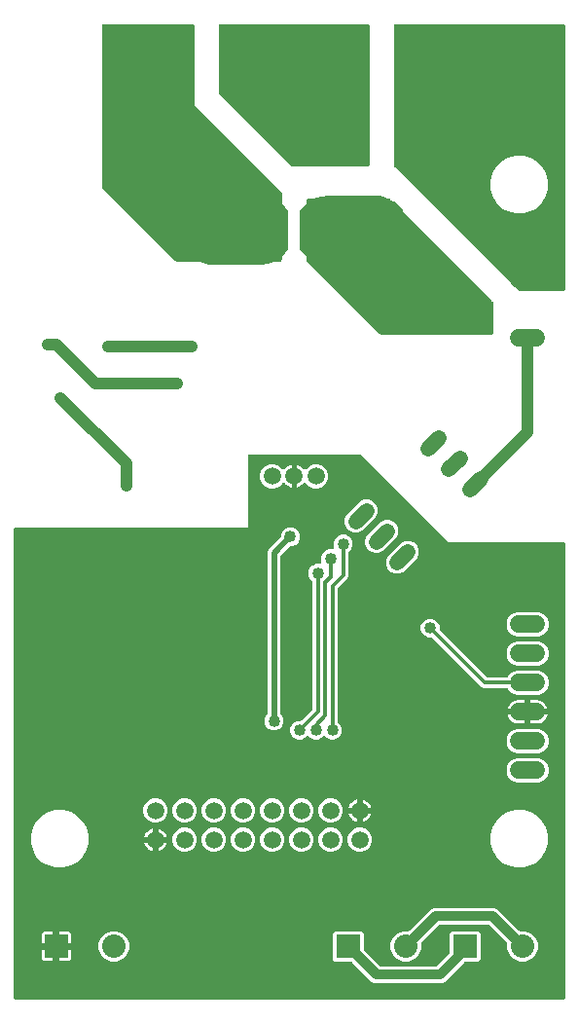
<source format=gbr>
G04 EAGLE Gerber X2 export*
%TF.Part,Single*%
%TF.FileFunction,Copper,L2,Bot,Mixed*%
%TF.FilePolarity,Positive*%
%TF.GenerationSoftware,Autodesk,EAGLE,9.1.0*%
%TF.CreationDate,2018-08-14T15:45:10Z*%
G75*
%MOMM*%
%FSLAX34Y34*%
%LPD*%
%AMOC8*
5,1,8,0,0,1.08239X$1,22.5*%
G01*
%ADD10C,1.008000*%
%ADD11C,4.000000*%
%ADD12C,1.500000*%
%ADD13R,2.032000X2.032000*%
%ADD14C,2.032000*%
%ADD15C,1.524000*%
%ADD16C,1.320800*%
%ADD17C,1.508000*%
%ADD18C,1.016000*%
%ADD19C,0.508000*%
%ADD20C,1.006400*%
%ADD21C,1.016000*%
%ADD22C,0.304800*%
%ADD23C,0.812800*%

G36*
X487826Y10163D02*
X487826Y10163D01*
X487844Y10161D01*
X488026Y10182D01*
X488209Y10201D01*
X488226Y10206D01*
X488243Y10208D01*
X488418Y10265D01*
X488594Y10319D01*
X488609Y10327D01*
X488626Y10333D01*
X488786Y10423D01*
X488948Y10511D01*
X488961Y10522D01*
X488977Y10531D01*
X489116Y10651D01*
X489257Y10768D01*
X489268Y10782D01*
X489282Y10794D01*
X489394Y10939D01*
X489509Y11082D01*
X489517Y11098D01*
X489528Y11112D01*
X489610Y11277D01*
X489695Y11439D01*
X489700Y11456D01*
X489708Y11472D01*
X489755Y11651D01*
X489806Y11826D01*
X489808Y11844D01*
X489812Y11861D01*
X489839Y12192D01*
X489839Y406400D01*
X489837Y406418D01*
X489839Y406436D01*
X489818Y406618D01*
X489799Y406801D01*
X489794Y406818D01*
X489792Y406835D01*
X489735Y407010D01*
X489681Y407186D01*
X489673Y407201D01*
X489667Y407218D01*
X489577Y407378D01*
X489489Y407540D01*
X489478Y407553D01*
X489469Y407569D01*
X489349Y407708D01*
X489232Y407849D01*
X489218Y407860D01*
X489206Y407874D01*
X489061Y407986D01*
X488918Y408101D01*
X488902Y408109D01*
X488888Y408120D01*
X488723Y408202D01*
X488561Y408287D01*
X488544Y408292D01*
X488528Y408300D01*
X488349Y408347D01*
X488174Y408398D01*
X488156Y408400D01*
X488139Y408404D01*
X487808Y408431D01*
X388191Y408431D01*
X312586Y484036D01*
X312566Y484053D01*
X312548Y484074D01*
X312410Y484181D01*
X312275Y484291D01*
X312251Y484304D01*
X312230Y484320D01*
X312073Y484398D01*
X311919Y484480D01*
X311894Y484488D01*
X311870Y484500D01*
X311700Y484545D01*
X311533Y484595D01*
X311507Y484597D01*
X311481Y484604D01*
X311150Y484631D01*
X215900Y484631D01*
X215882Y484629D01*
X215864Y484631D01*
X215682Y484610D01*
X215499Y484591D01*
X215482Y484586D01*
X215465Y484584D01*
X215290Y484527D01*
X215114Y484473D01*
X215099Y484465D01*
X215082Y484459D01*
X214922Y484369D01*
X214760Y484281D01*
X214747Y484270D01*
X214731Y484261D01*
X214592Y484141D01*
X214451Y484024D01*
X214440Y484010D01*
X214427Y483998D01*
X214314Y483853D01*
X214199Y483710D01*
X214191Y483694D01*
X214180Y483680D01*
X214098Y483515D01*
X214013Y483353D01*
X214008Y483336D01*
X214000Y483320D01*
X213953Y483141D01*
X213902Y482966D01*
X213900Y482948D01*
X213896Y482931D01*
X213869Y482600D01*
X213869Y421131D01*
X12192Y421131D01*
X12174Y421129D01*
X12156Y421131D01*
X11974Y421110D01*
X11791Y421091D01*
X11774Y421086D01*
X11757Y421084D01*
X11582Y421027D01*
X11406Y420973D01*
X11391Y420965D01*
X11374Y420959D01*
X11214Y420869D01*
X11052Y420781D01*
X11039Y420770D01*
X11023Y420761D01*
X10884Y420641D01*
X10743Y420524D01*
X10732Y420510D01*
X10718Y420498D01*
X10606Y420353D01*
X10491Y420210D01*
X10483Y420194D01*
X10472Y420180D01*
X10390Y420015D01*
X10305Y419853D01*
X10300Y419836D01*
X10292Y419820D01*
X10245Y419641D01*
X10194Y419466D01*
X10192Y419448D01*
X10188Y419431D01*
X10161Y419100D01*
X10161Y12192D01*
X10163Y12174D01*
X10161Y12156D01*
X10182Y11974D01*
X10201Y11791D01*
X10206Y11774D01*
X10208Y11757D01*
X10265Y11582D01*
X10319Y11406D01*
X10327Y11391D01*
X10333Y11374D01*
X10423Y11214D01*
X10511Y11052D01*
X10522Y11039D01*
X10531Y11023D01*
X10651Y10884D01*
X10768Y10743D01*
X10782Y10732D01*
X10794Y10718D01*
X10939Y10606D01*
X11082Y10491D01*
X11098Y10483D01*
X11112Y10472D01*
X11277Y10390D01*
X11439Y10305D01*
X11456Y10300D01*
X11472Y10292D01*
X11651Y10245D01*
X11826Y10194D01*
X11844Y10192D01*
X11861Y10188D01*
X12192Y10161D01*
X487808Y10161D01*
X487826Y10163D01*
G37*
G36*
X487826Y626621D02*
X487826Y626621D01*
X487844Y626619D01*
X488026Y626640D01*
X488209Y626659D01*
X488226Y626664D01*
X488243Y626666D01*
X488418Y626723D01*
X488594Y626777D01*
X488609Y626785D01*
X488626Y626791D01*
X488786Y626881D01*
X488948Y626969D01*
X488961Y626980D01*
X488977Y626989D01*
X489116Y627109D01*
X489257Y627226D01*
X489268Y627240D01*
X489282Y627252D01*
X489394Y627397D01*
X489509Y627540D01*
X489517Y627556D01*
X489528Y627570D01*
X489610Y627735D01*
X489695Y627897D01*
X489700Y627914D01*
X489708Y627931D01*
X489755Y628109D01*
X489806Y628284D01*
X489808Y628302D01*
X489812Y628319D01*
X489839Y628650D01*
X489839Y856808D01*
X489837Y856826D01*
X489839Y856844D01*
X489818Y857026D01*
X489799Y857209D01*
X489794Y857226D01*
X489792Y857243D01*
X489735Y857418D01*
X489681Y857594D01*
X489673Y857609D01*
X489667Y857626D01*
X489577Y857786D01*
X489489Y857948D01*
X489478Y857961D01*
X489469Y857977D01*
X489349Y858116D01*
X489232Y858257D01*
X489218Y858268D01*
X489206Y858282D01*
X489061Y858394D01*
X488918Y858509D01*
X488902Y858517D01*
X488888Y858528D01*
X488723Y858610D01*
X488561Y858695D01*
X488544Y858700D01*
X488528Y858708D01*
X488349Y858755D01*
X488174Y858806D01*
X488156Y858808D01*
X488139Y858812D01*
X487808Y858839D01*
X342900Y858839D01*
X342882Y858837D01*
X342864Y858839D01*
X342682Y858818D01*
X342499Y858799D01*
X342482Y858794D01*
X342465Y858792D01*
X342290Y858735D01*
X342114Y858681D01*
X342099Y858673D01*
X342082Y858667D01*
X341922Y858577D01*
X341760Y858489D01*
X341747Y858478D01*
X341731Y858469D01*
X341592Y858349D01*
X341451Y858232D01*
X341440Y858218D01*
X341427Y858206D01*
X341314Y858061D01*
X341199Y857918D01*
X341191Y857902D01*
X341180Y857888D01*
X341098Y857723D01*
X341013Y857561D01*
X341008Y857544D01*
X341000Y857528D01*
X340953Y857349D01*
X340902Y857174D01*
X340900Y857156D01*
X340896Y857139D01*
X340869Y856808D01*
X340869Y736600D01*
X340871Y736573D01*
X340869Y736547D01*
X340891Y736373D01*
X340909Y736199D01*
X340917Y736174D01*
X340920Y736147D01*
X340976Y735982D01*
X341027Y735814D01*
X341040Y735791D01*
X341048Y735766D01*
X341135Y735614D01*
X341219Y735460D01*
X341236Y735440D01*
X341249Y735417D01*
X341464Y735164D01*
X449414Y627214D01*
X449434Y627197D01*
X449452Y627177D01*
X449590Y627069D01*
X449725Y626959D01*
X449749Y626946D01*
X449770Y626930D01*
X449927Y626852D01*
X450081Y626770D01*
X450106Y626762D01*
X450131Y626750D01*
X450300Y626705D01*
X450467Y626655D01*
X450493Y626653D01*
X450519Y626646D01*
X450850Y626619D01*
X487808Y626619D01*
X487826Y626621D01*
G37*
G36*
X225426Y649376D02*
X225426Y649376D01*
X225629Y649390D01*
X230004Y649992D01*
X230015Y649994D01*
X230027Y649995D01*
X230228Y650040D01*
X234459Y651301D01*
X234470Y651306D01*
X234482Y651308D01*
X234673Y651383D01*
X236014Y652019D01*
X241300Y652019D01*
X241318Y652021D01*
X241336Y652019D01*
X241518Y652040D01*
X241701Y652059D01*
X241718Y652064D01*
X241735Y652066D01*
X241910Y652123D01*
X242086Y652177D01*
X242101Y652185D01*
X242118Y652191D01*
X242278Y652281D01*
X242440Y652369D01*
X242453Y652380D01*
X242469Y652389D01*
X242608Y652509D01*
X242749Y652626D01*
X242760Y652640D01*
X242774Y652652D01*
X242886Y652797D01*
X243001Y652940D01*
X243009Y652956D01*
X243020Y652970D01*
X243102Y653135D01*
X243187Y653297D01*
X243192Y653314D01*
X243200Y653331D01*
X243247Y653509D01*
X243298Y653684D01*
X243300Y653702D01*
X243304Y653719D01*
X243331Y654050D01*
X243331Y656598D01*
X245931Y659013D01*
X245939Y659023D01*
X245949Y659030D01*
X246087Y659182D01*
X248826Y662645D01*
X248854Y662690D01*
X248888Y662729D01*
X248944Y662837D01*
X249008Y662939D01*
X249024Y662989D01*
X249049Y663036D01*
X249079Y663153D01*
X249117Y663267D01*
X249122Y663319D01*
X249135Y663370D01*
X249149Y663575D01*
X249149Y695325D01*
X249142Y695390D01*
X249144Y695455D01*
X249122Y695561D01*
X249109Y695668D01*
X249087Y695730D01*
X249074Y695794D01*
X249029Y695892D01*
X248992Y695994D01*
X248956Y696048D01*
X248929Y696107D01*
X248810Y696275D01*
X246022Y699681D01*
X246017Y699686D01*
X246013Y699692D01*
X245871Y699840D01*
X243331Y702153D01*
X243331Y711200D01*
X243329Y711227D01*
X243331Y711253D01*
X243309Y711427D01*
X243291Y711601D01*
X243284Y711626D01*
X243280Y711653D01*
X243225Y711818D01*
X243173Y711986D01*
X243160Y712009D01*
X243152Y712034D01*
X243065Y712186D01*
X242981Y712340D01*
X242964Y712360D01*
X242951Y712383D01*
X242736Y712636D01*
X167131Y788241D01*
X167131Y856808D01*
X167129Y856826D01*
X167131Y856844D01*
X167110Y857026D01*
X167091Y857209D01*
X167086Y857226D01*
X167084Y857243D01*
X167027Y857418D01*
X166973Y857594D01*
X166965Y857609D01*
X166959Y857626D01*
X166869Y857786D01*
X166781Y857948D01*
X166770Y857961D01*
X166761Y857977D01*
X166641Y858116D01*
X166524Y858257D01*
X166510Y858268D01*
X166498Y858282D01*
X166353Y858394D01*
X166210Y858509D01*
X166194Y858517D01*
X166180Y858528D01*
X166015Y858610D01*
X165853Y858695D01*
X165836Y858700D01*
X165820Y858708D01*
X165641Y858755D01*
X165466Y858806D01*
X165448Y858808D01*
X165431Y858812D01*
X165100Y858839D01*
X88900Y858839D01*
X88882Y858837D01*
X88864Y858839D01*
X88682Y858818D01*
X88499Y858799D01*
X88482Y858794D01*
X88465Y858792D01*
X88290Y858735D01*
X88114Y858681D01*
X88099Y858673D01*
X88082Y858667D01*
X87922Y858577D01*
X87760Y858489D01*
X87747Y858478D01*
X87731Y858469D01*
X87592Y858349D01*
X87451Y858232D01*
X87440Y858218D01*
X87427Y858206D01*
X87314Y858061D01*
X87199Y857918D01*
X87191Y857902D01*
X87180Y857888D01*
X87098Y857723D01*
X87013Y857561D01*
X87008Y857544D01*
X87000Y857528D01*
X86953Y857349D01*
X86902Y857174D01*
X86900Y857156D01*
X86896Y857139D01*
X86869Y856808D01*
X86869Y717550D01*
X86871Y717523D01*
X86869Y717497D01*
X86891Y717323D01*
X86909Y717149D01*
X86917Y717124D01*
X86920Y717097D01*
X86976Y716932D01*
X87027Y716764D01*
X87040Y716741D01*
X87048Y716716D01*
X87135Y716564D01*
X87219Y716410D01*
X87236Y716390D01*
X87249Y716367D01*
X87464Y716114D01*
X150964Y652614D01*
X150984Y652597D01*
X151002Y652577D01*
X151140Y652469D01*
X151275Y652359D01*
X151299Y652346D01*
X151320Y652330D01*
X151477Y652252D01*
X151631Y652170D01*
X151656Y652162D01*
X151681Y652150D01*
X151850Y652105D01*
X152017Y652055D01*
X152043Y652053D01*
X152069Y652046D01*
X152400Y652019D01*
X171944Y652019D01*
X175180Y650749D01*
X175189Y650746D01*
X175197Y650742D01*
X175394Y650683D01*
X179558Y649733D01*
X179567Y649731D01*
X179576Y649728D01*
X179779Y649699D01*
X184038Y649380D01*
X184070Y649381D01*
X184150Y649376D01*
X225425Y649376D01*
X225426Y649376D01*
G37*
G36*
X317518Y734571D02*
X317518Y734571D01*
X317536Y734569D01*
X317718Y734590D01*
X317901Y734609D01*
X317918Y734614D01*
X317935Y734616D01*
X318110Y734673D01*
X318286Y734727D01*
X318301Y734735D01*
X318318Y734741D01*
X318478Y734831D01*
X318640Y734919D01*
X318653Y734930D01*
X318669Y734939D01*
X318808Y735059D01*
X318949Y735176D01*
X318960Y735190D01*
X318974Y735202D01*
X319086Y735347D01*
X319201Y735490D01*
X319209Y735506D01*
X319220Y735520D01*
X319302Y735685D01*
X319387Y735847D01*
X319392Y735864D01*
X319400Y735881D01*
X319447Y736059D01*
X319498Y736234D01*
X319500Y736252D01*
X319504Y736269D01*
X319531Y736600D01*
X319531Y856808D01*
X319529Y856826D01*
X319531Y856844D01*
X319510Y857026D01*
X319491Y857209D01*
X319486Y857226D01*
X319484Y857243D01*
X319427Y857418D01*
X319373Y857594D01*
X319365Y857609D01*
X319359Y857626D01*
X319269Y857786D01*
X319181Y857948D01*
X319170Y857961D01*
X319161Y857977D01*
X319041Y858116D01*
X318924Y858257D01*
X318910Y858268D01*
X318898Y858282D01*
X318753Y858394D01*
X318610Y858509D01*
X318594Y858517D01*
X318580Y858528D01*
X318415Y858610D01*
X318253Y858695D01*
X318236Y858700D01*
X318220Y858708D01*
X318041Y858755D01*
X317866Y858806D01*
X317848Y858808D01*
X317831Y858812D01*
X317500Y858839D01*
X190500Y858839D01*
X190482Y858837D01*
X190464Y858839D01*
X190282Y858818D01*
X190099Y858799D01*
X190082Y858794D01*
X190065Y858792D01*
X189890Y858735D01*
X189714Y858681D01*
X189699Y858673D01*
X189682Y858667D01*
X189522Y858577D01*
X189360Y858489D01*
X189347Y858478D01*
X189331Y858469D01*
X189192Y858349D01*
X189051Y858232D01*
X189040Y858218D01*
X189027Y858206D01*
X188914Y858061D01*
X188799Y857918D01*
X188791Y857902D01*
X188780Y857888D01*
X188698Y857723D01*
X188613Y857561D01*
X188608Y857544D01*
X188600Y857528D01*
X188553Y857349D01*
X188502Y857174D01*
X188500Y857156D01*
X188496Y857139D01*
X188469Y856808D01*
X188469Y800100D01*
X188471Y800073D01*
X188469Y800047D01*
X188491Y799873D01*
X188509Y799699D01*
X188517Y799674D01*
X188520Y799647D01*
X188576Y799482D01*
X188627Y799314D01*
X188640Y799291D01*
X188648Y799266D01*
X188735Y799114D01*
X188819Y798960D01*
X188836Y798940D01*
X188849Y798917D01*
X189064Y798664D01*
X252564Y735164D01*
X252584Y735147D01*
X252602Y735127D01*
X252740Y735019D01*
X252875Y734909D01*
X252899Y734896D01*
X252920Y734880D01*
X253077Y734802D01*
X253231Y734720D01*
X253256Y734712D01*
X253281Y734700D01*
X253450Y734655D01*
X253617Y734605D01*
X253643Y734603D01*
X253669Y734596D01*
X254000Y734569D01*
X317500Y734569D01*
X317518Y734571D01*
G37*
G36*
X425468Y588521D02*
X425468Y588521D01*
X425486Y588519D01*
X425668Y588540D01*
X425851Y588559D01*
X425868Y588564D01*
X425885Y588566D01*
X426060Y588623D01*
X426236Y588677D01*
X426251Y588685D01*
X426268Y588691D01*
X426428Y588781D01*
X426590Y588869D01*
X426603Y588880D01*
X426619Y588889D01*
X426758Y589009D01*
X426899Y589126D01*
X426910Y589140D01*
X426924Y589152D01*
X427036Y589297D01*
X427151Y589440D01*
X427159Y589456D01*
X427170Y589470D01*
X427252Y589635D01*
X427337Y589797D01*
X427342Y589814D01*
X427350Y589831D01*
X427397Y590009D01*
X427448Y590184D01*
X427450Y590202D01*
X427454Y590219D01*
X427481Y590550D01*
X427481Y615950D01*
X427479Y615977D01*
X427481Y616003D01*
X427459Y616177D01*
X427441Y616351D01*
X427434Y616376D01*
X427430Y616403D01*
X427375Y616568D01*
X427323Y616736D01*
X427310Y616759D01*
X427302Y616784D01*
X427215Y616936D01*
X427131Y617090D01*
X427114Y617110D01*
X427101Y617133D01*
X426886Y617386D01*
X350006Y694267D01*
X349947Y694388D01*
X349942Y694396D01*
X349939Y694405D01*
X349835Y694582D01*
X347430Y698111D01*
X347423Y698118D01*
X347419Y698126D01*
X347290Y698286D01*
X344385Y701417D01*
X344378Y701423D01*
X344372Y701431D01*
X344221Y701569D01*
X340882Y704232D01*
X340874Y704237D01*
X340867Y704244D01*
X340697Y704358D01*
X338846Y705427D01*
X337986Y706286D01*
X337966Y706303D01*
X337948Y706324D01*
X337810Y706431D01*
X337675Y706541D01*
X337651Y706554D01*
X337630Y706570D01*
X337473Y706648D01*
X337319Y706730D01*
X337294Y706738D01*
X337270Y706750D01*
X337100Y706795D01*
X336933Y706845D01*
X336907Y706847D01*
X336881Y706854D01*
X336550Y706881D01*
X336056Y706881D01*
X332820Y708151D01*
X332811Y708154D01*
X332803Y708158D01*
X332606Y708217D01*
X328443Y709168D01*
X328433Y709169D01*
X328424Y709172D01*
X328221Y709201D01*
X323962Y709520D01*
X323930Y709519D01*
X323850Y709524D01*
X282575Y709524D01*
X282574Y709524D01*
X282371Y709510D01*
X277996Y708909D01*
X277985Y708906D01*
X277973Y708905D01*
X277772Y708860D01*
X273541Y707599D01*
X273530Y707594D01*
X273518Y707592D01*
X273327Y707517D01*
X271986Y706881D01*
X266700Y706881D01*
X266682Y706879D01*
X266664Y706881D01*
X266482Y706860D01*
X266299Y706841D01*
X266282Y706836D01*
X266265Y706834D01*
X266090Y706777D01*
X265914Y706723D01*
X265899Y706715D01*
X265882Y706709D01*
X265722Y706619D01*
X265560Y706531D01*
X265547Y706520D01*
X265531Y706511D01*
X265392Y706391D01*
X265251Y706274D01*
X265240Y706260D01*
X265227Y706248D01*
X265114Y706103D01*
X264999Y705960D01*
X264991Y705944D01*
X264980Y705930D01*
X264898Y705765D01*
X264813Y705603D01*
X264808Y705586D01*
X264800Y705570D01*
X264753Y705391D01*
X264702Y705216D01*
X264700Y705198D01*
X264696Y705181D01*
X264669Y704850D01*
X264669Y702302D01*
X262069Y699887D01*
X262061Y699877D01*
X262051Y699870D01*
X261913Y699718D01*
X259174Y696255D01*
X259146Y696210D01*
X259112Y696171D01*
X259056Y696064D01*
X258992Y695961D01*
X258976Y695911D01*
X258951Y695864D01*
X258921Y695747D01*
X258883Y695633D01*
X258878Y695581D01*
X258865Y695530D01*
X258851Y695325D01*
X258851Y663575D01*
X258858Y663510D01*
X258856Y663445D01*
X258878Y663339D01*
X258891Y663232D01*
X258913Y663170D01*
X258926Y663106D01*
X258971Y663008D01*
X259008Y662906D01*
X259044Y662852D01*
X259071Y662793D01*
X259190Y662625D01*
X261978Y659219D01*
X261983Y659214D01*
X261987Y659208D01*
X262129Y659060D01*
X264669Y656747D01*
X264669Y654050D01*
X264671Y654023D01*
X264669Y653997D01*
X264691Y653823D01*
X264709Y653649D01*
X264717Y653624D01*
X264720Y653597D01*
X264776Y653432D01*
X264827Y653264D01*
X264840Y653241D01*
X264848Y653216D01*
X264935Y653064D01*
X265019Y652910D01*
X265036Y652890D01*
X265049Y652867D01*
X265264Y652614D01*
X328764Y589114D01*
X328784Y589097D01*
X328802Y589077D01*
X328940Y588969D01*
X329075Y588859D01*
X329099Y588846D01*
X329120Y588830D01*
X329277Y588752D01*
X329431Y588670D01*
X329456Y588662D01*
X329481Y588650D01*
X329650Y588605D01*
X329817Y588555D01*
X329843Y588553D01*
X329869Y588546D01*
X330200Y588519D01*
X425450Y588519D01*
X425468Y588521D01*
G37*
%LPC*%
G36*
X257146Y236346D02*
X257146Y236346D01*
X254158Y237584D01*
X251871Y239870D01*
X250634Y242858D01*
X250634Y246092D01*
X251871Y249080D01*
X254158Y251366D01*
X257146Y252604D01*
X259583Y252604D01*
X259610Y252606D01*
X259636Y252604D01*
X259810Y252626D01*
X259984Y252644D01*
X260009Y252651D01*
X260036Y252655D01*
X260201Y252710D01*
X260369Y252762D01*
X260392Y252775D01*
X260417Y252783D01*
X260569Y252870D01*
X260723Y252954D01*
X260743Y252971D01*
X260766Y252984D01*
X261019Y253199D01*
X269470Y261649D01*
X269487Y261670D01*
X269507Y261687D01*
X269614Y261825D01*
X269725Y261961D01*
X269737Y261984D01*
X269754Y262005D01*
X269832Y262162D01*
X269914Y262316D01*
X269921Y262342D01*
X269933Y262366D01*
X269979Y262535D01*
X270028Y262702D01*
X270031Y262729D01*
X270038Y262755D01*
X270065Y263085D01*
X270065Y373236D01*
X270062Y373262D01*
X270064Y373289D01*
X270042Y373463D01*
X270025Y373636D01*
X270017Y373662D01*
X270014Y373688D01*
X269958Y373854D01*
X269907Y374021D01*
X269894Y374045D01*
X269885Y374070D01*
X269798Y374222D01*
X269715Y374375D01*
X269698Y374396D01*
X269685Y374419D01*
X269470Y374672D01*
X267746Y376395D01*
X266509Y379383D01*
X266509Y382617D01*
X267746Y385605D01*
X270033Y387891D01*
X270612Y388131D01*
X270613Y388131D01*
X273021Y389129D01*
X275805Y389129D01*
X275818Y389130D01*
X275832Y389129D01*
X276019Y389150D01*
X276206Y389169D01*
X276218Y389173D01*
X276232Y389174D01*
X276411Y389232D01*
X276591Y389287D01*
X276603Y389293D01*
X276615Y389297D01*
X276779Y389389D01*
X276945Y389479D01*
X276955Y389487D01*
X276967Y389494D01*
X277109Y389616D01*
X277254Y389736D01*
X277262Y389747D01*
X277272Y389756D01*
X277388Y389903D01*
X277506Y390050D01*
X277512Y390062D01*
X277521Y390073D01*
X277605Y390241D01*
X277692Y390407D01*
X277695Y390420D01*
X277701Y390432D01*
X277751Y390612D01*
X277803Y390794D01*
X277804Y390808D01*
X277808Y390821D01*
X277821Y391007D01*
X277836Y391196D01*
X277834Y391209D01*
X277835Y391222D01*
X277811Y391408D01*
X277789Y391595D01*
X277785Y391608D01*
X277783Y391622D01*
X277682Y391937D01*
X277621Y392083D01*
X277621Y395317D01*
X278859Y398305D01*
X281145Y400591D01*
X284133Y401829D01*
X286918Y401829D01*
X286931Y401830D01*
X286944Y401829D01*
X287131Y401850D01*
X287318Y401869D01*
X287331Y401873D01*
X287344Y401874D01*
X287523Y401932D01*
X287703Y401987D01*
X287715Y401993D01*
X287728Y401997D01*
X287891Y402089D01*
X288057Y402179D01*
X288067Y402187D01*
X288079Y402194D01*
X288222Y402316D01*
X288366Y402436D01*
X288375Y402447D01*
X288385Y402456D01*
X288501Y402603D01*
X288619Y402750D01*
X288625Y402762D01*
X288633Y402773D01*
X288718Y402941D01*
X288804Y403107D01*
X288808Y403120D01*
X288814Y403132D01*
X288863Y403313D01*
X288916Y403494D01*
X288917Y403508D01*
X288920Y403521D01*
X288933Y403707D01*
X288948Y403896D01*
X288947Y403909D01*
X288948Y403922D01*
X288924Y404108D01*
X288902Y404295D01*
X288897Y404308D01*
X288896Y404322D01*
X288794Y404637D01*
X288734Y404783D01*
X288734Y408017D01*
X289971Y411005D01*
X292258Y413291D01*
X295246Y414529D01*
X298479Y414529D01*
X301467Y413291D01*
X303754Y411005D01*
X304991Y408017D01*
X304991Y404783D01*
X303754Y401795D01*
X302030Y400072D01*
X302013Y400051D01*
X301993Y400034D01*
X301886Y399896D01*
X301775Y399760D01*
X301763Y399737D01*
X301746Y399716D01*
X301668Y399559D01*
X301586Y399405D01*
X301579Y399379D01*
X301567Y399355D01*
X301521Y399186D01*
X301472Y399019D01*
X301469Y398992D01*
X301462Y398966D01*
X301435Y398636D01*
X301435Y378503D01*
X300739Y376822D01*
X292505Y368588D01*
X292488Y368568D01*
X292468Y368550D01*
X292361Y368412D01*
X292250Y368277D01*
X292238Y368253D01*
X292221Y368232D01*
X292143Y368075D01*
X292061Y367921D01*
X292054Y367896D01*
X292042Y367872D01*
X291996Y367702D01*
X291947Y367535D01*
X291944Y367509D01*
X291937Y367483D01*
X291910Y367152D01*
X291910Y252239D01*
X291913Y252213D01*
X291911Y252186D01*
X291933Y252011D01*
X291950Y251839D01*
X291958Y251813D01*
X291961Y251787D01*
X292017Y251621D01*
X292068Y251454D01*
X292081Y251430D01*
X292090Y251405D01*
X292177Y251253D01*
X292260Y251100D01*
X292277Y251079D01*
X292290Y251056D01*
X292505Y250803D01*
X294229Y249080D01*
X295466Y246092D01*
X295466Y242858D01*
X294229Y239870D01*
X291942Y237584D01*
X291746Y237503D01*
X288954Y236346D01*
X285721Y236346D01*
X282733Y237584D01*
X281630Y238687D01*
X281616Y238698D01*
X281605Y238712D01*
X281461Y238825D01*
X281319Y238942D01*
X281303Y238950D01*
X281289Y238961D01*
X281125Y239044D01*
X280963Y239130D01*
X280946Y239135D01*
X280930Y239144D01*
X280753Y239193D01*
X280577Y239245D01*
X280559Y239247D01*
X280542Y239252D01*
X280359Y239265D01*
X280176Y239282D01*
X280158Y239280D01*
X280140Y239281D01*
X279958Y239258D01*
X279776Y239238D01*
X279759Y239233D01*
X279741Y239231D01*
X279567Y239172D01*
X279392Y239117D01*
X279376Y239108D01*
X279359Y239102D01*
X279200Y239011D01*
X279040Y238922D01*
X279026Y238910D01*
X279010Y238901D01*
X278757Y238687D01*
X277655Y237584D01*
X277459Y237503D01*
X274667Y236346D01*
X271433Y236346D01*
X268445Y237584D01*
X267343Y238687D01*
X267329Y238698D01*
X267317Y238712D01*
X267173Y238825D01*
X267031Y238942D01*
X267015Y238950D01*
X267001Y238961D01*
X266838Y239044D01*
X266675Y239130D01*
X266658Y239135D01*
X266642Y239144D01*
X266465Y239193D01*
X266289Y239245D01*
X266272Y239247D01*
X266254Y239252D01*
X266071Y239265D01*
X265888Y239282D01*
X265871Y239280D01*
X265853Y239281D01*
X265671Y239258D01*
X265488Y239238D01*
X265471Y239233D01*
X265453Y239231D01*
X265280Y239172D01*
X265104Y239117D01*
X265089Y239108D01*
X265072Y239102D01*
X264913Y239011D01*
X264752Y238922D01*
X264738Y238910D01*
X264723Y238901D01*
X264470Y238687D01*
X263367Y237584D01*
X263171Y237503D01*
X260379Y236346D01*
X257146Y236346D01*
G37*
%LPD*%
%LPC*%
G36*
X324535Y24637D02*
X324535Y24637D01*
X321921Y25720D01*
X304945Y42696D01*
X304924Y42713D01*
X304907Y42734D01*
X304769Y42841D01*
X304633Y42951D01*
X304610Y42964D01*
X304588Y42980D01*
X304432Y43058D01*
X304278Y43140D01*
X304252Y43148D01*
X304228Y43160D01*
X304059Y43205D01*
X303892Y43255D01*
X303865Y43257D01*
X303839Y43264D01*
X303508Y43291D01*
X289777Y43291D01*
X287991Y45077D01*
X287991Y67923D01*
X289777Y69709D01*
X312623Y69709D01*
X314409Y67923D01*
X314409Y54192D01*
X314411Y54165D01*
X314409Y54138D01*
X314431Y53964D01*
X314449Y53791D01*
X314456Y53765D01*
X314460Y53739D01*
X314515Y53573D01*
X314567Y53406D01*
X314580Y53382D01*
X314588Y53357D01*
X314675Y53205D01*
X314759Y53052D01*
X314776Y53032D01*
X314789Y53008D01*
X315004Y52755D01*
X328301Y39458D01*
X328322Y39441D01*
X328339Y39420D01*
X328477Y39313D01*
X328613Y39203D01*
X328636Y39190D01*
X328658Y39174D01*
X328814Y39096D01*
X328968Y39014D01*
X328994Y39006D01*
X329018Y38994D01*
X329187Y38949D01*
X329354Y38899D01*
X329381Y38897D01*
X329407Y38890D01*
X329738Y38863D01*
X377212Y38863D01*
X377239Y38865D01*
X377266Y38863D01*
X377440Y38885D01*
X377613Y38903D01*
X377639Y38910D01*
X377665Y38914D01*
X377831Y38969D01*
X377998Y39021D01*
X378022Y39034D01*
X378047Y39042D01*
X378199Y39129D01*
X378352Y39213D01*
X378372Y39230D01*
X378396Y39243D01*
X378649Y39458D01*
X388996Y49805D01*
X389013Y49826D01*
X389034Y49843D01*
X389141Y49981D01*
X389251Y50117D01*
X389264Y50140D01*
X389280Y50162D01*
X389358Y50318D01*
X389440Y50472D01*
X389448Y50498D01*
X389460Y50522D01*
X389505Y50691D01*
X389555Y50858D01*
X389557Y50885D01*
X389564Y50911D01*
X389591Y51242D01*
X389591Y67923D01*
X391377Y69709D01*
X414223Y69709D01*
X416009Y67923D01*
X416009Y45077D01*
X414223Y43291D01*
X403442Y43291D01*
X403415Y43289D01*
X403388Y43291D01*
X403214Y43269D01*
X403041Y43251D01*
X403015Y43244D01*
X402989Y43240D01*
X402823Y43185D01*
X402656Y43133D01*
X402632Y43120D01*
X402607Y43112D01*
X402455Y43025D01*
X402302Y42941D01*
X402282Y42924D01*
X402258Y42911D01*
X402005Y42696D01*
X385029Y25720D01*
X382415Y24637D01*
X324535Y24637D01*
G37*
%LPD*%
%LPC*%
G36*
X348573Y43291D02*
X348573Y43291D01*
X343718Y45302D01*
X340002Y49018D01*
X337991Y53873D01*
X337991Y59127D01*
X340002Y63982D01*
X343718Y67698D01*
X348573Y69709D01*
X353508Y69709D01*
X353535Y69711D01*
X353562Y69709D01*
X353736Y69731D01*
X353909Y69749D01*
X353935Y69756D01*
X353961Y69760D01*
X354127Y69815D01*
X354294Y69867D01*
X354318Y69880D01*
X354343Y69888D01*
X354495Y69975D01*
X354648Y70059D01*
X354668Y70076D01*
X354692Y70089D01*
X354945Y70304D01*
X373221Y88580D01*
X375835Y89663D01*
X428165Y89663D01*
X430779Y88580D01*
X449055Y70304D01*
X449076Y70287D01*
X449093Y70266D01*
X449231Y70159D01*
X449367Y70049D01*
X449390Y70036D01*
X449412Y70020D01*
X449568Y69942D01*
X449722Y69860D01*
X449748Y69852D01*
X449772Y69840D01*
X449941Y69795D01*
X450108Y69745D01*
X450135Y69743D01*
X450161Y69736D01*
X450492Y69709D01*
X455427Y69709D01*
X460282Y67698D01*
X463998Y63982D01*
X466009Y59127D01*
X466009Y53873D01*
X463998Y49018D01*
X460282Y45302D01*
X455427Y43291D01*
X450173Y43291D01*
X445318Y45302D01*
X441602Y49018D01*
X439591Y53873D01*
X439591Y58808D01*
X439589Y58835D01*
X439591Y58862D01*
X439569Y59036D01*
X439551Y59209D01*
X439544Y59235D01*
X439540Y59261D01*
X439485Y59427D01*
X439433Y59594D01*
X439420Y59618D01*
X439412Y59643D01*
X439325Y59795D01*
X439241Y59948D01*
X439224Y59968D01*
X439211Y59992D01*
X438996Y60245D01*
X424399Y74842D01*
X424378Y74859D01*
X424361Y74880D01*
X424223Y74987D01*
X424087Y75097D01*
X424064Y75110D01*
X424042Y75126D01*
X423886Y75204D01*
X423732Y75286D01*
X423706Y75294D01*
X423682Y75306D01*
X423513Y75351D01*
X423346Y75401D01*
X423319Y75403D01*
X423293Y75410D01*
X422962Y75437D01*
X381038Y75437D01*
X381011Y75435D01*
X380984Y75437D01*
X380810Y75415D01*
X380637Y75397D01*
X380611Y75390D01*
X380585Y75386D01*
X380419Y75331D01*
X380252Y75279D01*
X380228Y75266D01*
X380203Y75258D01*
X380051Y75171D01*
X379898Y75087D01*
X379878Y75070D01*
X379854Y75057D01*
X379601Y74842D01*
X365004Y60245D01*
X364987Y60224D01*
X364966Y60207D01*
X364859Y60069D01*
X364749Y59933D01*
X364736Y59910D01*
X364720Y59888D01*
X364642Y59732D01*
X364560Y59578D01*
X364552Y59552D01*
X364540Y59528D01*
X364495Y59359D01*
X364445Y59192D01*
X364443Y59165D01*
X364436Y59139D01*
X364409Y58808D01*
X364409Y53873D01*
X362398Y49018D01*
X358682Y45302D01*
X353827Y43291D01*
X348573Y43291D01*
G37*
%LPD*%
%LPC*%
G36*
X234921Y244284D02*
X234921Y244284D01*
X231933Y245521D01*
X229646Y247808D01*
X228409Y250796D01*
X228409Y254029D01*
X229646Y257017D01*
X230354Y257725D01*
X230371Y257745D01*
X230391Y257763D01*
X230498Y257901D01*
X230609Y258036D01*
X230621Y258060D01*
X230638Y258081D01*
X230716Y258238D01*
X230798Y258392D01*
X230805Y258417D01*
X230817Y258441D01*
X230863Y258611D01*
X230912Y258778D01*
X230915Y258804D01*
X230922Y258830D01*
X230949Y259161D01*
X230949Y399574D01*
X231800Y401628D01*
X233657Y403486D01*
X242101Y411930D01*
X242118Y411951D01*
X242139Y411968D01*
X242246Y412106D01*
X242356Y412241D01*
X242369Y412265D01*
X242385Y412286D01*
X242463Y412443D01*
X242545Y412597D01*
X242553Y412623D01*
X242565Y412647D01*
X242610Y412816D01*
X242660Y412983D01*
X242662Y413010D01*
X242669Y413036D01*
X242696Y413366D01*
X242696Y414367D01*
X243934Y417355D01*
X246220Y419641D01*
X249208Y420879D01*
X252442Y420879D01*
X255430Y419641D01*
X257716Y417355D01*
X258954Y414367D01*
X258954Y411133D01*
X257716Y408145D01*
X255430Y405859D01*
X252442Y404621D01*
X251441Y404621D01*
X251415Y404619D01*
X251388Y404621D01*
X251214Y404599D01*
X251041Y404581D01*
X251015Y404574D01*
X250989Y404570D01*
X250823Y404515D01*
X250656Y404463D01*
X250632Y404450D01*
X250607Y404442D01*
X250455Y404355D01*
X250302Y404271D01*
X250281Y404254D01*
X250258Y404241D01*
X250005Y404026D01*
X242721Y396743D01*
X242704Y396722D01*
X242684Y396704D01*
X242577Y396566D01*
X242466Y396431D01*
X242454Y396407D01*
X242437Y396386D01*
X242359Y396229D01*
X242277Y396075D01*
X242270Y396050D01*
X242258Y396026D01*
X242212Y395856D01*
X242163Y395689D01*
X242160Y395663D01*
X242153Y395637D01*
X242126Y395306D01*
X242126Y259161D01*
X242129Y259134D01*
X242127Y259108D01*
X242149Y258934D01*
X242166Y258760D01*
X242174Y258735D01*
X242177Y258708D01*
X242233Y258543D01*
X242284Y258375D01*
X242297Y258352D01*
X242306Y258326D01*
X242393Y258175D01*
X242476Y258021D01*
X242493Y258001D01*
X242506Y257978D01*
X242721Y257725D01*
X243429Y257017D01*
X244666Y254029D01*
X244666Y250796D01*
X243429Y247808D01*
X241142Y245521D01*
X238154Y244284D01*
X234921Y244284D01*
G37*
%LPD*%
%LPC*%
G36*
X446688Y124839D02*
X446688Y124839D01*
X440288Y126554D01*
X434551Y129866D01*
X429866Y134551D01*
X426554Y140288D01*
X424839Y146688D01*
X424839Y153312D01*
X426554Y159712D01*
X429866Y165449D01*
X434551Y170134D01*
X440288Y173446D01*
X446688Y175161D01*
X453312Y175161D01*
X459712Y173446D01*
X465449Y170134D01*
X470134Y165449D01*
X473446Y159712D01*
X475161Y153312D01*
X475161Y146688D01*
X473446Y140288D01*
X470134Y134551D01*
X465449Y129866D01*
X459712Y126554D01*
X453312Y124839D01*
X446688Y124839D01*
G37*
%LPD*%
%LPC*%
G36*
X46688Y124839D02*
X46688Y124839D01*
X40288Y126554D01*
X34551Y129866D01*
X29866Y134551D01*
X26554Y140288D01*
X24839Y146688D01*
X24839Y153312D01*
X26554Y159712D01*
X29866Y165449D01*
X34551Y170134D01*
X40288Y173446D01*
X46688Y175161D01*
X53312Y175161D01*
X59712Y173446D01*
X65449Y170134D01*
X70134Y165449D01*
X73446Y159712D01*
X75161Y153312D01*
X75161Y146688D01*
X73446Y140288D01*
X70134Y134551D01*
X65449Y129866D01*
X59712Y126554D01*
X53312Y124839D01*
X46688Y124839D01*
G37*
%LPD*%
%LPC*%
G36*
X446688Y693839D02*
X446688Y693839D01*
X440288Y695554D01*
X434551Y698866D01*
X429866Y703551D01*
X426554Y709288D01*
X424839Y715688D01*
X424839Y722312D01*
X426554Y728712D01*
X429866Y734449D01*
X434551Y739134D01*
X440288Y742446D01*
X446688Y744161D01*
X453312Y744161D01*
X459712Y742446D01*
X465449Y739134D01*
X470134Y734449D01*
X473446Y728712D01*
X475161Y722312D01*
X475161Y715688D01*
X473446Y709288D01*
X470134Y703551D01*
X465449Y698866D01*
X459712Y695554D01*
X453312Y693839D01*
X446688Y693839D01*
G37*
%LPD*%
%LPC*%
G36*
X447458Y275081D02*
X447458Y275081D01*
X443537Y276705D01*
X440536Y279707D01*
X440446Y279923D01*
X440435Y279943D01*
X440428Y279964D01*
X440340Y280120D01*
X440256Y280278D01*
X440241Y280295D01*
X440230Y280315D01*
X440113Y280451D01*
X439999Y280589D01*
X439982Y280603D01*
X439967Y280620D01*
X439826Y280729D01*
X439687Y280842D01*
X439667Y280853D01*
X439649Y280866D01*
X439489Y280946D01*
X439330Y281029D01*
X439309Y281036D01*
X439289Y281046D01*
X439115Y281092D01*
X438944Y281142D01*
X438921Y281144D01*
X438900Y281150D01*
X438569Y281177D01*
X418995Y281177D01*
X417314Y281873D01*
X374621Y324567D01*
X374600Y324584D01*
X374583Y324604D01*
X374445Y324711D01*
X374309Y324822D01*
X374286Y324834D01*
X374265Y324851D01*
X374108Y324929D01*
X373954Y325010D01*
X373928Y325018D01*
X373904Y325030D01*
X373735Y325076D01*
X373568Y325125D01*
X373541Y325128D01*
X373515Y325135D01*
X373185Y325162D01*
X370747Y325162D01*
X367759Y326399D01*
X365473Y328686D01*
X364235Y331673D01*
X364235Y334907D01*
X365473Y337895D01*
X367759Y340182D01*
X370747Y341419D01*
X373981Y341419D01*
X376969Y340182D01*
X379255Y337895D01*
X380493Y334907D01*
X380493Y332470D01*
X380495Y332443D01*
X380493Y332417D01*
X380515Y332243D01*
X380533Y332069D01*
X380540Y332044D01*
X380544Y332017D01*
X380599Y331851D01*
X380651Y331684D01*
X380664Y331661D01*
X380672Y331635D01*
X380759Y331484D01*
X380843Y331330D01*
X380860Y331310D01*
X380873Y331287D01*
X381088Y331034D01*
X421204Y290918D01*
X421224Y290901D01*
X421242Y290880D01*
X421380Y290773D01*
X421515Y290663D01*
X421539Y290650D01*
X421560Y290634D01*
X421717Y290556D01*
X421871Y290474D01*
X421896Y290466D01*
X421920Y290454D01*
X422090Y290409D01*
X422257Y290359D01*
X422283Y290357D01*
X422309Y290350D01*
X422640Y290323D01*
X438569Y290323D01*
X438591Y290325D01*
X438614Y290323D01*
X438791Y290345D01*
X438970Y290363D01*
X438991Y290369D01*
X439013Y290372D01*
X439183Y290428D01*
X439355Y290481D01*
X439374Y290491D01*
X439395Y290498D01*
X439551Y290587D01*
X439709Y290673D01*
X439726Y290687D01*
X439745Y290698D01*
X439880Y290815D01*
X440018Y290930D01*
X440032Y290948D01*
X440049Y290962D01*
X440158Y291104D01*
X440270Y291244D01*
X440281Y291264D01*
X440294Y291282D01*
X440446Y291577D01*
X440536Y291793D01*
X443537Y294795D01*
X447458Y296419D01*
X466942Y296419D01*
X470863Y294795D01*
X473865Y291793D01*
X475489Y287872D01*
X475489Y283628D01*
X473865Y279707D01*
X470863Y276705D01*
X466942Y275081D01*
X447458Y275081D01*
G37*
%LPD*%
%LPC*%
G36*
X447458Y325881D02*
X447458Y325881D01*
X443537Y327505D01*
X440535Y330507D01*
X438911Y334428D01*
X438911Y338672D01*
X440535Y342593D01*
X443537Y345595D01*
X447458Y347219D01*
X466942Y347219D01*
X470863Y345595D01*
X473865Y342593D01*
X475489Y338672D01*
X475489Y334428D01*
X473865Y330507D01*
X470863Y327505D01*
X466942Y325881D01*
X447458Y325881D01*
G37*
%LPD*%
%LPC*%
G36*
X447458Y300481D02*
X447458Y300481D01*
X443537Y302105D01*
X440535Y305107D01*
X438911Y309028D01*
X438911Y313272D01*
X440535Y317193D01*
X443537Y320195D01*
X447458Y321819D01*
X466942Y321819D01*
X470863Y320195D01*
X473865Y317193D01*
X475489Y313272D01*
X475489Y309028D01*
X473865Y305107D01*
X470863Y302105D01*
X466942Y300481D01*
X447458Y300481D01*
G37*
%LPD*%
%LPC*%
G36*
X447458Y198881D02*
X447458Y198881D01*
X443537Y200505D01*
X440535Y203507D01*
X438911Y207428D01*
X438911Y211672D01*
X440535Y215593D01*
X443537Y218595D01*
X447458Y220219D01*
X466942Y220219D01*
X470863Y218595D01*
X473865Y215593D01*
X475489Y211672D01*
X475489Y207428D01*
X473865Y203507D01*
X470863Y200505D01*
X466942Y198881D01*
X447458Y198881D01*
G37*
%LPD*%
%LPC*%
G36*
X447458Y224281D02*
X447458Y224281D01*
X443537Y225905D01*
X440535Y228907D01*
X438911Y232828D01*
X438911Y237072D01*
X440535Y240993D01*
X443537Y243995D01*
X447458Y245619D01*
X466942Y245619D01*
X470863Y243995D01*
X473865Y240993D01*
X475489Y237072D01*
X475489Y232828D01*
X473865Y228907D01*
X470863Y225905D01*
X466942Y224281D01*
X447458Y224281D01*
G37*
%LPD*%
%LPC*%
G36*
X94573Y43291D02*
X94573Y43291D01*
X89718Y45302D01*
X86002Y49018D01*
X83991Y53873D01*
X83991Y59127D01*
X86002Y63982D01*
X89718Y67698D01*
X94573Y69709D01*
X99827Y69709D01*
X104682Y67698D01*
X108398Y63982D01*
X110409Y59127D01*
X110409Y53873D01*
X108398Y49018D01*
X104682Y45302D01*
X99827Y43291D01*
X94573Y43291D01*
G37*
%LPD*%
%LPC*%
G36*
X323750Y398567D02*
X323750Y398567D01*
X320202Y400037D01*
X317487Y402752D01*
X316017Y406300D01*
X316017Y410140D01*
X317487Y413688D01*
X329541Y425742D01*
X331914Y426725D01*
X333089Y427212D01*
X336929Y427212D01*
X340477Y425742D01*
X343192Y423027D01*
X344662Y419479D01*
X344662Y415639D01*
X343192Y412091D01*
X331138Y400037D01*
X331056Y400003D01*
X327590Y398567D01*
X323750Y398567D01*
G37*
%LPD*%
%LPC*%
G36*
X341710Y380607D02*
X341710Y380607D01*
X338162Y382076D01*
X335447Y384791D01*
X333978Y388339D01*
X333978Y392179D01*
X335447Y395727D01*
X347502Y407782D01*
X351050Y409251D01*
X354890Y409251D01*
X358438Y407782D01*
X361153Y405067D01*
X362622Y401519D01*
X362622Y397679D01*
X361153Y394131D01*
X349098Y382076D01*
X345550Y380607D01*
X341710Y380607D01*
G37*
%LPD*%
%LPC*%
G36*
X305789Y416528D02*
X305789Y416528D01*
X302241Y417997D01*
X299526Y420712D01*
X298057Y424260D01*
X298057Y428100D01*
X299526Y431648D01*
X311581Y443703D01*
X315129Y445172D01*
X318969Y445172D01*
X322517Y443703D01*
X325232Y440988D01*
X326701Y437440D01*
X326701Y433600D01*
X325232Y430052D01*
X313177Y417997D01*
X309629Y416528D01*
X305789Y416528D01*
G37*
%LPD*%
%LPC*%
G36*
X271002Y454901D02*
X271002Y454901D01*
X267125Y456507D01*
X264627Y459005D01*
X264613Y459016D01*
X264602Y459030D01*
X264458Y459143D01*
X264316Y459260D01*
X264300Y459268D01*
X264286Y459279D01*
X264122Y459362D01*
X263960Y459448D01*
X263943Y459454D01*
X263927Y459462D01*
X263750Y459511D01*
X263574Y459563D01*
X263556Y459565D01*
X263539Y459570D01*
X263356Y459583D01*
X263173Y459600D01*
X263155Y459598D01*
X263137Y459599D01*
X262955Y459576D01*
X262773Y459556D01*
X262756Y459551D01*
X262738Y459549D01*
X262564Y459490D01*
X262389Y459435D01*
X262373Y459426D01*
X262356Y459420D01*
X262197Y459329D01*
X262037Y459240D01*
X262023Y459228D01*
X262007Y459219D01*
X261754Y459005D01*
X260541Y457791D01*
X259262Y456862D01*
X257854Y456145D01*
X256351Y455657D01*
X256031Y455606D01*
X256031Y465450D01*
X256031Y475294D01*
X256351Y475243D01*
X257854Y474755D01*
X259262Y474038D01*
X260541Y473109D01*
X261754Y471895D01*
X261768Y471884D01*
X261780Y471870D01*
X261924Y471756D01*
X262066Y471640D01*
X262082Y471632D01*
X262096Y471621D01*
X262260Y471537D01*
X262422Y471452D01*
X262439Y471446D01*
X262455Y471438D01*
X262632Y471389D01*
X262808Y471337D01*
X262825Y471335D01*
X262843Y471330D01*
X263026Y471317D01*
X263209Y471300D01*
X263226Y471302D01*
X263244Y471301D01*
X263426Y471324D01*
X263609Y471344D01*
X263626Y471349D01*
X263644Y471351D01*
X263817Y471410D01*
X263993Y471465D01*
X264008Y471474D01*
X264025Y471480D01*
X264183Y471571D01*
X264345Y471660D01*
X264359Y471672D01*
X264374Y471681D01*
X264627Y471895D01*
X267125Y474393D01*
X271002Y475999D01*
X275198Y475999D01*
X279075Y474393D01*
X282043Y471425D01*
X283649Y467548D01*
X283649Y463352D01*
X282043Y459475D01*
X279075Y456507D01*
X275198Y454901D01*
X271002Y454901D01*
G37*
%LPD*%
%LPC*%
G36*
X232802Y454901D02*
X232802Y454901D01*
X228925Y456507D01*
X225957Y459475D01*
X224351Y463352D01*
X224351Y467548D01*
X225957Y471425D01*
X228925Y474393D01*
X232802Y475999D01*
X236998Y475999D01*
X240875Y474393D01*
X243373Y471895D01*
X243387Y471884D01*
X243398Y471870D01*
X243542Y471757D01*
X243684Y471640D01*
X243700Y471632D01*
X243714Y471621D01*
X243878Y471538D01*
X244040Y471452D01*
X244057Y471446D01*
X244073Y471438D01*
X244250Y471389D01*
X244426Y471337D01*
X244444Y471335D01*
X244461Y471330D01*
X244644Y471317D01*
X244827Y471300D01*
X244845Y471302D01*
X244863Y471301D01*
X245045Y471324D01*
X245227Y471344D01*
X245244Y471349D01*
X245262Y471351D01*
X245436Y471410D01*
X245611Y471465D01*
X245627Y471474D01*
X245644Y471480D01*
X245803Y471571D01*
X245963Y471660D01*
X245977Y471672D01*
X245993Y471681D01*
X246246Y471895D01*
X247459Y473109D01*
X248738Y474038D01*
X250146Y474755D01*
X251649Y475243D01*
X251969Y475294D01*
X251969Y465450D01*
X251969Y455606D01*
X251649Y455657D01*
X250146Y456145D01*
X248738Y456862D01*
X247459Y457791D01*
X246246Y459005D01*
X246232Y459016D01*
X246220Y459030D01*
X246076Y459144D01*
X245934Y459260D01*
X245918Y459268D01*
X245904Y459279D01*
X245740Y459363D01*
X245578Y459448D01*
X245561Y459454D01*
X245545Y459462D01*
X245368Y459511D01*
X245192Y459563D01*
X245175Y459565D01*
X245157Y459570D01*
X244974Y459583D01*
X244791Y459600D01*
X244774Y459598D01*
X244756Y459599D01*
X244574Y459576D01*
X244391Y459556D01*
X244374Y459551D01*
X244356Y459549D01*
X244183Y459490D01*
X244007Y459435D01*
X243992Y459426D01*
X243975Y459420D01*
X243817Y459329D01*
X243655Y459240D01*
X243641Y459228D01*
X243626Y459219D01*
X243373Y459005D01*
X240875Y456507D01*
X236998Y454901D01*
X232802Y454901D01*
G37*
%LPD*%
%LPC*%
G36*
X309044Y138636D02*
X309044Y138636D01*
X305152Y140248D01*
X302173Y143227D01*
X300561Y147119D01*
X300561Y151331D01*
X302173Y155223D01*
X305152Y158202D01*
X309044Y159814D01*
X313256Y159814D01*
X317148Y158202D01*
X320127Y155223D01*
X321739Y151331D01*
X321739Y147119D01*
X320127Y143227D01*
X317148Y140248D01*
X313256Y138636D01*
X309044Y138636D01*
G37*
%LPD*%
%LPC*%
G36*
X258244Y138636D02*
X258244Y138636D01*
X254352Y140248D01*
X251373Y143227D01*
X249761Y147119D01*
X249761Y151331D01*
X251373Y155223D01*
X254352Y158202D01*
X258244Y159814D01*
X262456Y159814D01*
X266348Y158202D01*
X269327Y155223D01*
X270939Y151331D01*
X270939Y147119D01*
X269327Y143227D01*
X266348Y140248D01*
X262456Y138636D01*
X258244Y138636D01*
G37*
%LPD*%
%LPC*%
G36*
X283644Y138636D02*
X283644Y138636D01*
X279752Y140248D01*
X276773Y143227D01*
X275161Y147119D01*
X275161Y151331D01*
X276773Y155223D01*
X279752Y158202D01*
X283644Y159814D01*
X287856Y159814D01*
X291748Y158202D01*
X294727Y155223D01*
X296339Y151331D01*
X296339Y147119D01*
X294727Y143227D01*
X291748Y140248D01*
X287856Y138636D01*
X283644Y138636D01*
G37*
%LPD*%
%LPC*%
G36*
X232844Y138636D02*
X232844Y138636D01*
X228952Y140248D01*
X225973Y143227D01*
X224361Y147119D01*
X224361Y151331D01*
X225973Y155223D01*
X228952Y158202D01*
X232844Y159814D01*
X237056Y159814D01*
X240948Y158202D01*
X243927Y155223D01*
X245539Y151331D01*
X245539Y147119D01*
X243927Y143227D01*
X240948Y140248D01*
X237056Y138636D01*
X232844Y138636D01*
G37*
%LPD*%
%LPC*%
G36*
X207444Y138636D02*
X207444Y138636D01*
X203552Y140248D01*
X200573Y143227D01*
X198961Y147119D01*
X198961Y151331D01*
X200573Y155223D01*
X203552Y158202D01*
X207444Y159814D01*
X211656Y159814D01*
X215548Y158202D01*
X218527Y155223D01*
X220139Y151331D01*
X220139Y147119D01*
X218527Y143227D01*
X215548Y140248D01*
X211656Y138636D01*
X207444Y138636D01*
G37*
%LPD*%
%LPC*%
G36*
X156644Y138636D02*
X156644Y138636D01*
X152752Y140248D01*
X149773Y143227D01*
X148161Y147119D01*
X148161Y151331D01*
X149773Y155223D01*
X152752Y158202D01*
X156644Y159814D01*
X160856Y159814D01*
X164748Y158202D01*
X167727Y155223D01*
X169339Y151331D01*
X169339Y147119D01*
X167727Y143227D01*
X164748Y140248D01*
X160856Y138636D01*
X156644Y138636D01*
G37*
%LPD*%
%LPC*%
G36*
X182044Y138636D02*
X182044Y138636D01*
X178152Y140248D01*
X175173Y143227D01*
X173561Y147119D01*
X173561Y151331D01*
X175173Y155223D01*
X178152Y158202D01*
X182044Y159814D01*
X186256Y159814D01*
X190148Y158202D01*
X193127Y155223D01*
X194739Y151331D01*
X194739Y147119D01*
X193127Y143227D01*
X190148Y140248D01*
X186256Y138636D01*
X182044Y138636D01*
G37*
%LPD*%
%LPC*%
G36*
X182044Y164036D02*
X182044Y164036D01*
X178152Y165648D01*
X175173Y168627D01*
X173561Y172519D01*
X173561Y176731D01*
X175173Y180623D01*
X178152Y183602D01*
X182044Y185214D01*
X186256Y185214D01*
X190148Y183602D01*
X193127Y180623D01*
X194739Y176731D01*
X194739Y172519D01*
X193127Y168627D01*
X190148Y165648D01*
X186256Y164036D01*
X182044Y164036D01*
G37*
%LPD*%
%LPC*%
G36*
X131244Y164036D02*
X131244Y164036D01*
X127352Y165648D01*
X124373Y168627D01*
X122761Y172519D01*
X122761Y176731D01*
X124373Y180623D01*
X127352Y183602D01*
X131244Y185214D01*
X135456Y185214D01*
X139348Y183602D01*
X142327Y180623D01*
X143939Y176731D01*
X143939Y172519D01*
X142327Y168627D01*
X139348Y165648D01*
X135456Y164036D01*
X131244Y164036D01*
G37*
%LPD*%
%LPC*%
G36*
X156644Y164036D02*
X156644Y164036D01*
X152752Y165648D01*
X149773Y168627D01*
X148161Y172519D01*
X148161Y176731D01*
X149773Y180623D01*
X152752Y183602D01*
X156644Y185214D01*
X160856Y185214D01*
X164748Y183602D01*
X167727Y180623D01*
X169339Y176731D01*
X169339Y172519D01*
X167727Y168627D01*
X164748Y165648D01*
X160856Y164036D01*
X156644Y164036D01*
G37*
%LPD*%
%LPC*%
G36*
X207444Y164036D02*
X207444Y164036D01*
X203552Y165648D01*
X200573Y168627D01*
X198961Y172519D01*
X198961Y176731D01*
X200573Y180623D01*
X203552Y183602D01*
X207444Y185214D01*
X211656Y185214D01*
X215548Y183602D01*
X218527Y180623D01*
X220139Y176731D01*
X220139Y172519D01*
X218527Y168627D01*
X215548Y165648D01*
X211656Y164036D01*
X207444Y164036D01*
G37*
%LPD*%
%LPC*%
G36*
X232844Y164036D02*
X232844Y164036D01*
X228952Y165648D01*
X225973Y168627D01*
X224361Y172519D01*
X224361Y176731D01*
X225973Y180623D01*
X228952Y183602D01*
X232844Y185214D01*
X237056Y185214D01*
X240948Y183602D01*
X243927Y180623D01*
X245539Y176731D01*
X245539Y172519D01*
X243927Y168627D01*
X240948Y165648D01*
X237056Y164036D01*
X232844Y164036D01*
G37*
%LPD*%
%LPC*%
G36*
X258244Y164036D02*
X258244Y164036D01*
X254352Y165648D01*
X251373Y168627D01*
X249761Y172519D01*
X249761Y176731D01*
X251373Y180623D01*
X254352Y183602D01*
X258244Y185214D01*
X262456Y185214D01*
X266348Y183602D01*
X269327Y180623D01*
X270939Y176731D01*
X270939Y172519D01*
X269327Y168627D01*
X266348Y165648D01*
X262456Y164036D01*
X258244Y164036D01*
G37*
%LPD*%
%LPC*%
G36*
X283644Y164036D02*
X283644Y164036D01*
X279752Y165648D01*
X276773Y168627D01*
X275161Y172519D01*
X275161Y176731D01*
X276773Y180623D01*
X279752Y183602D01*
X283644Y185214D01*
X287856Y185214D01*
X291748Y183602D01*
X294727Y180623D01*
X296339Y176731D01*
X296339Y172519D01*
X294727Y168627D01*
X291748Y165648D01*
X287856Y164036D01*
X283644Y164036D01*
G37*
%LPD*%
%LPC*%
G36*
X459739Y262889D02*
X459739Y262889D01*
X459739Y270511D01*
X465620Y270511D01*
X467199Y270261D01*
X468720Y269766D01*
X470145Y269040D01*
X471439Y268100D01*
X472570Y266969D01*
X473510Y265675D01*
X474236Y264250D01*
X474679Y262889D01*
X459739Y262889D01*
G37*
%LPD*%
%LPC*%
G36*
X439721Y262889D02*
X439721Y262889D01*
X440164Y264250D01*
X440890Y265675D01*
X441830Y266969D01*
X442961Y268100D01*
X444255Y269040D01*
X445680Y269766D01*
X447201Y270261D01*
X448780Y270511D01*
X454661Y270511D01*
X454661Y262889D01*
X439721Y262889D01*
G37*
%LPD*%
%LPC*%
G36*
X459739Y250189D02*
X459739Y250189D01*
X459739Y257811D01*
X474679Y257811D01*
X474236Y256450D01*
X473510Y255025D01*
X472570Y253731D01*
X471439Y252600D01*
X470145Y251660D01*
X468720Y250934D01*
X467199Y250439D01*
X465620Y250189D01*
X459739Y250189D01*
G37*
%LPD*%
%LPC*%
G36*
X448780Y250189D02*
X448780Y250189D01*
X447201Y250439D01*
X445680Y250934D01*
X444255Y251660D01*
X442961Y252600D01*
X441830Y253731D01*
X440890Y255025D01*
X440164Y256450D01*
X439721Y257811D01*
X454661Y257811D01*
X454661Y250189D01*
X448780Y250189D01*
G37*
%LPD*%
%LPC*%
G36*
X50120Y59420D02*
X50120Y59420D01*
X50120Y69201D01*
X57695Y69201D01*
X58341Y69028D01*
X58920Y68693D01*
X59393Y68220D01*
X59728Y67641D01*
X59901Y66995D01*
X59901Y59420D01*
X50120Y59420D01*
G37*
%LPD*%
%LPC*%
G36*
X50120Y53580D02*
X50120Y53580D01*
X59901Y53580D01*
X59901Y46005D01*
X59728Y45359D01*
X59393Y44780D01*
X58920Y44307D01*
X58341Y43972D01*
X57695Y43799D01*
X50120Y43799D01*
X50120Y53580D01*
G37*
%LPD*%
%LPC*%
G36*
X34499Y59420D02*
X34499Y59420D01*
X34499Y66995D01*
X34672Y67641D01*
X35007Y68220D01*
X35480Y68693D01*
X36059Y69028D01*
X36705Y69201D01*
X44280Y69201D01*
X44280Y59420D01*
X34499Y59420D01*
G37*
%LPD*%
%LPC*%
G36*
X36705Y43799D02*
X36705Y43799D01*
X36059Y43972D01*
X35480Y44307D01*
X35007Y44780D01*
X34672Y45359D01*
X34499Y46005D01*
X34499Y53580D01*
X44280Y53580D01*
X44280Y43799D01*
X36705Y43799D01*
G37*
%LPD*%
%LPC*%
G36*
X135849Y151724D02*
X135849Y151724D01*
X135849Y159012D01*
X137220Y158567D01*
X138634Y157847D01*
X139917Y156914D01*
X141039Y155792D01*
X141972Y154509D01*
X142692Y153095D01*
X143137Y151724D01*
X135849Y151724D01*
G37*
%LPD*%
%LPC*%
G36*
X313649Y177124D02*
X313649Y177124D01*
X313649Y184412D01*
X315020Y183967D01*
X316434Y183247D01*
X317717Y182314D01*
X318839Y181192D01*
X319772Y179909D01*
X320492Y178495D01*
X320937Y177124D01*
X313649Y177124D01*
G37*
%LPD*%
%LPC*%
G36*
X135849Y146726D02*
X135849Y146726D01*
X143137Y146726D01*
X142692Y145355D01*
X141972Y143941D01*
X141039Y142658D01*
X139917Y141536D01*
X138634Y140603D01*
X137220Y139883D01*
X135849Y139438D01*
X135849Y146726D01*
G37*
%LPD*%
%LPC*%
G36*
X123563Y151724D02*
X123563Y151724D01*
X124008Y153095D01*
X124728Y154509D01*
X125661Y155792D01*
X126783Y156914D01*
X128066Y157847D01*
X129480Y158567D01*
X130851Y159012D01*
X130851Y151724D01*
X123563Y151724D01*
G37*
%LPD*%
%LPC*%
G36*
X313649Y172126D02*
X313649Y172126D01*
X320937Y172126D01*
X320492Y170755D01*
X319772Y169341D01*
X318839Y168058D01*
X317717Y166936D01*
X316434Y166003D01*
X315020Y165283D01*
X313649Y164838D01*
X313649Y172126D01*
G37*
%LPD*%
%LPC*%
G36*
X301363Y177124D02*
X301363Y177124D01*
X301808Y178495D01*
X302528Y179909D01*
X303461Y181192D01*
X304583Y182314D01*
X305866Y183247D01*
X307280Y183967D01*
X308651Y184412D01*
X308651Y177124D01*
X301363Y177124D01*
G37*
%LPD*%
%LPC*%
G36*
X129480Y139883D02*
X129480Y139883D01*
X128066Y140603D01*
X126783Y141536D01*
X125661Y142658D01*
X124728Y143941D01*
X124008Y145355D01*
X123563Y146726D01*
X130851Y146726D01*
X130851Y139438D01*
X129480Y139883D01*
G37*
%LPD*%
%LPC*%
G36*
X307280Y165283D02*
X307280Y165283D01*
X305866Y166003D01*
X304583Y166936D01*
X303461Y168058D01*
X302528Y169341D01*
X301808Y170755D01*
X301363Y172126D01*
X308651Y172126D01*
X308651Y164838D01*
X307280Y165283D01*
G37*
%LPD*%
D10*
X165100Y685800D03*
X342900Y685800D03*
D11*
X324000Y679450D02*
X284000Y679450D01*
X224000Y679450D02*
X184000Y679450D01*
D12*
X234900Y465450D03*
X254000Y465450D03*
X273100Y465450D03*
D10*
X342900Y673100D03*
X165100Y673100D03*
X335750Y663200D03*
X324000Y659450D03*
X310750Y659450D03*
X297500Y659450D03*
X284000Y659450D03*
X272250Y663200D03*
X265000Y673200D03*
X265000Y685700D03*
X272250Y695700D03*
X284000Y699450D03*
X297500Y699450D03*
X310750Y699450D03*
X324000Y699450D03*
X335750Y695700D03*
X172250Y663200D03*
X184000Y659450D03*
X197250Y659450D03*
X210750Y659450D03*
X224000Y659450D03*
X235750Y663200D03*
X243000Y673200D03*
X243000Y685700D03*
X235750Y695700D03*
X224000Y699450D03*
X210750Y699450D03*
X197250Y699450D03*
X184000Y699450D03*
X172250Y695700D03*
D13*
X301200Y812500D03*
D14*
X351200Y812500D03*
D13*
X148800Y812500D03*
D14*
X198800Y812500D03*
D15*
X449580Y636562D02*
X464820Y636562D01*
X414020Y611162D02*
X398780Y611162D01*
X449580Y585762D02*
X464820Y585762D01*
D16*
X317049Y435520D02*
X307709Y426180D01*
X325670Y408220D02*
X335009Y417559D01*
X388891Y471441D02*
X398230Y480780D01*
X380270Y498741D02*
X370930Y489401D01*
X352970Y399599D02*
X343630Y390259D01*
X406851Y453480D02*
X416191Y462820D01*
D13*
X47200Y56500D03*
D14*
X97200Y56500D03*
D15*
X449580Y209550D02*
X464820Y209550D01*
X464820Y234950D02*
X449580Y234950D01*
X449580Y260350D02*
X464820Y260350D01*
X464820Y285750D02*
X449580Y285750D01*
X449580Y311150D02*
X464820Y311150D01*
X464820Y336550D02*
X449580Y336550D01*
D13*
X301200Y56500D03*
D14*
X351200Y56500D03*
D13*
X402800Y56500D03*
D14*
X452800Y56500D03*
D17*
X133350Y149225D03*
X133350Y174625D03*
X158750Y149225D03*
X158750Y174625D03*
X184150Y149225D03*
X184150Y174625D03*
X209550Y149225D03*
X209550Y174625D03*
X234950Y149225D03*
X234950Y174625D03*
X260350Y149225D03*
X260350Y174625D03*
X285750Y149225D03*
X285750Y174625D03*
X311150Y149225D03*
X311150Y174625D03*
D18*
X428625Y107950D03*
X460375Y92075D03*
X123825Y34925D03*
X254000Y88900D03*
X300038Y282575D03*
X428625Y273050D03*
X131763Y269875D03*
X93345Y260350D03*
X38100Y400050D03*
X93345Y365125D03*
X155575Y371475D03*
X336550Y107950D03*
X385826Y241300D03*
X361950Y249238D03*
X315913Y246063D03*
X336550Y254000D03*
X123825Y304800D03*
X425450Y304800D03*
X185738Y369888D03*
X252413Y265113D03*
X311150Y374650D03*
X241300Y88900D03*
X266700Y88900D03*
X236538Y252413D03*
D19*
X236538Y398463D01*
X250825Y412750D01*
D18*
X250825Y412750D03*
D20*
X92075Y577850D03*
D21*
X165100Y577850D01*
D20*
X165100Y577850D03*
X152400Y546100D03*
D21*
X81100Y546100D01*
X47650Y579550D01*
X39800Y579550D01*
D20*
X39800Y579550D03*
X107950Y457200D03*
D21*
X107950Y476250D01*
X50800Y533400D01*
D20*
X50800Y533400D03*
D21*
X406851Y453480D02*
X457200Y503829D01*
X457200Y585762D01*
D18*
X355600Y679450D03*
X355600Y654050D03*
X374650Y654050D03*
X298450Y635000D03*
X317500Y635000D03*
X336550Y635000D03*
X355600Y635000D03*
X374650Y635000D03*
X393700Y635000D03*
X317500Y615950D03*
X336550Y615950D03*
X355600Y615950D03*
X374650Y615950D03*
X336550Y596900D03*
X355600Y596900D03*
X374650Y596900D03*
X393700Y596900D03*
X412750Y596900D03*
X349250Y850900D03*
X368300Y850900D03*
X387350Y850900D03*
X406400Y850900D03*
X425450Y850900D03*
X444500Y850900D03*
X463550Y850900D03*
X482600Y850900D03*
X349250Y831850D03*
X368300Y831850D03*
X387350Y831850D03*
X406400Y831850D03*
X425450Y831850D03*
X444500Y831850D03*
X463550Y831850D03*
X482600Y831850D03*
X387350Y812800D03*
X406400Y812800D03*
X425450Y812800D03*
X444500Y812800D03*
X463550Y812800D03*
X482600Y812800D03*
X349250Y793750D03*
X368300Y793750D03*
X387350Y793750D03*
X406400Y793750D03*
X425450Y793750D03*
X444500Y793750D03*
X463550Y793750D03*
X482600Y793750D03*
X349250Y774700D03*
X368300Y774700D03*
X387350Y774700D03*
X406400Y774700D03*
X425450Y774700D03*
X444500Y774700D03*
X463550Y774700D03*
X482600Y774700D03*
X349250Y755650D03*
X368300Y755650D03*
X387350Y755650D03*
X406400Y755650D03*
X425450Y755650D03*
X444500Y755650D03*
X463550Y755650D03*
X482600Y755650D03*
X482600Y736600D03*
X406400Y736600D03*
X387350Y736600D03*
X368300Y736600D03*
X349250Y736600D03*
X368300Y717550D03*
X387350Y717550D03*
X406400Y717550D03*
X387350Y698500D03*
X406400Y698500D03*
X425450Y698500D03*
X482600Y698500D03*
X482600Y717550D03*
X406400Y679450D03*
X425450Y679450D03*
X444500Y679450D03*
X463550Y679450D03*
X482600Y679450D03*
X425450Y660400D03*
X444500Y660400D03*
X463550Y660400D03*
X482600Y660400D03*
X368300Y812800D03*
X482600Y641350D03*
X196850Y850900D03*
X215900Y850900D03*
X234950Y850900D03*
X254000Y850900D03*
X273050Y850900D03*
X292100Y850900D03*
X311150Y850900D03*
X311150Y831850D03*
X292100Y831850D03*
X273050Y831850D03*
X254000Y831850D03*
X234950Y831850D03*
X215900Y831850D03*
X234950Y812800D03*
X254000Y812800D03*
X273050Y812800D03*
X215900Y793750D03*
X234950Y793750D03*
X254000Y793750D03*
X273050Y793750D03*
X292100Y793750D03*
X311150Y793750D03*
X234950Y774700D03*
X254000Y774700D03*
X273050Y774700D03*
X292100Y774700D03*
X311150Y774700D03*
X254000Y755650D03*
X273050Y755650D03*
X292100Y755650D03*
X311150Y755650D03*
X196850Y831850D03*
X215900Y812800D03*
X95250Y781050D03*
X95250Y819150D03*
X114300Y819150D03*
X114300Y800100D03*
X95250Y800100D03*
X114300Y781050D03*
X133350Y781050D03*
X152400Y781050D03*
X95250Y762000D03*
X114300Y762000D03*
X133350Y762000D03*
X152400Y762000D03*
X171450Y762000D03*
X95250Y742950D03*
X114300Y742950D03*
X133350Y742950D03*
X152400Y742950D03*
X171450Y742950D03*
X190500Y742950D03*
X95250Y723900D03*
X114300Y723900D03*
X133350Y723900D03*
X152400Y723900D03*
X171450Y723900D03*
X190500Y723900D03*
X209550Y723900D03*
X114300Y704850D03*
X133350Y704850D03*
X152400Y704850D03*
X133350Y685800D03*
X152400Y685800D03*
X152400Y666750D03*
X133350Y819150D03*
X133350Y800100D03*
X372364Y333290D03*
D22*
X419904Y285750D01*
X457200Y285750D01*
D23*
X377250Y82550D02*
X351200Y56500D01*
X426750Y82550D02*
X452800Y56500D01*
X426750Y82550D02*
X377250Y82550D01*
X325950Y31750D02*
X301200Y56500D01*
X325950Y31750D02*
X381000Y31750D01*
X402800Y53550D01*
X402800Y56500D01*
D18*
X258763Y244475D03*
D22*
X274638Y260350D01*
X274638Y381000D01*
D18*
X274638Y381000D03*
X273050Y244475D03*
D22*
X280988Y257175D02*
X280988Y373063D01*
X285750Y377825D01*
X285750Y393700D01*
D18*
X285750Y393700D03*
D22*
X280988Y257175D02*
X273050Y249238D01*
X273050Y244475D01*
D18*
X287338Y244475D03*
D22*
X287338Y254000D02*
X287338Y369888D01*
D18*
X296863Y406400D03*
D22*
X287338Y254000D02*
X287338Y244475D01*
X287338Y369888D02*
X296863Y379413D01*
X296863Y406400D01*
M02*

</source>
